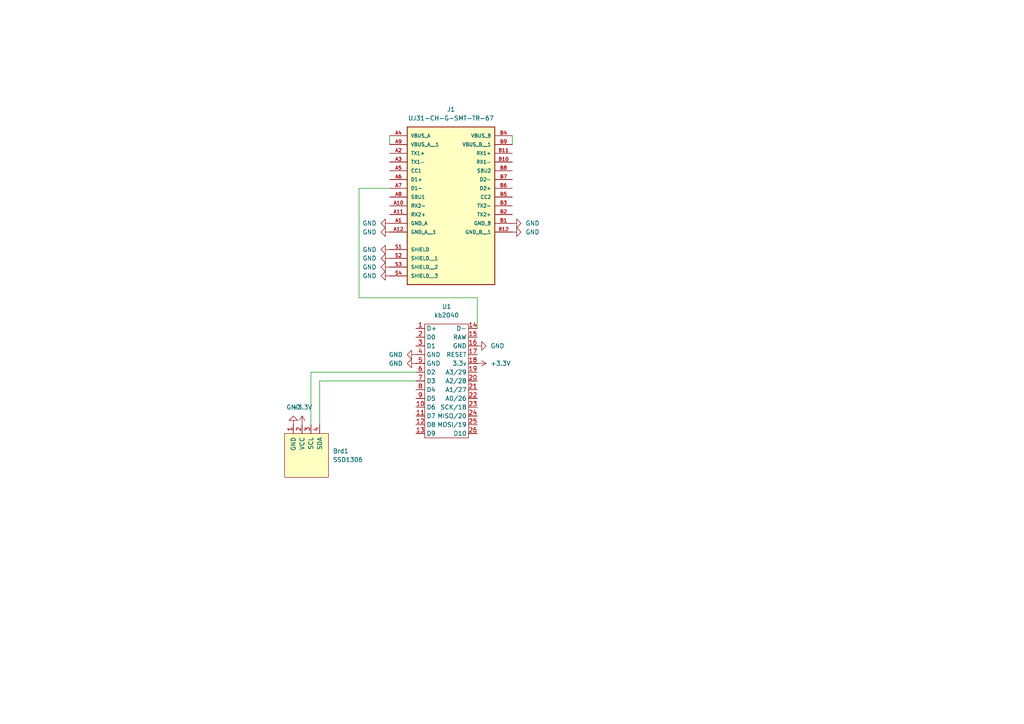
<source format=kicad_sch>
(kicad_sch (version 20250114) (generator "eeschema") (generator_version "9.0")
  (paper "A4")
  (lib_symbols
    (symbol "SSD1306-128x64_OLED:SSD1306" (pin_names (offset 1.016))
      (property "Reference" "Brd" (at 0 -3.81 0))
      (property "Value" "SSD1306" (at 0 -1.27 0))
      (symbol "SSD1306_0_1"
        (rectangle (start -6.35 6.35) (end 6.35 -6.35) (fill (type background)))
      )
      (symbol "SSD1306_1_1"
        (pin input line (at -3.81 8.89 270) (length 2.54) (name "GND") (number "1"))
        (pin input line (at -1.27 8.89 270) (length 2.54) (name "VCC") (number "2"))
        (pin input line (at 1.27 8.89 270) (length 2.54) (name "SCL") (number "3"))
        (pin input line (at 3.81 8.89 270) (length 2.54) (name "SDA") (number "4"))
      )
    )
    (symbol "UJ31-CH-G-SMT-TR-67:UJ31-CH-G-SMT-TR-67" (pin_names (offset 1.016))
      (property "Reference" "J" (at -12.7 16.51 0))
      (property "Value" "UJ31-CH-G-SMT-TR-67" (at -12.7 -31.75 0))
      (symbol "UJ31-CH-G-SMT-TR-67_0_0"
        (rectangle (start -12.7 -30.48) (end 12.7 15.24) (stroke (width 0.254)) (fill (type background)))
        (pin power_in line (at -17.78 12.7 0) (length 5.08) (name "VBUS_A") (number "A4"))
        (pin power_in line (at -17.78 10.16 0) (length 5.08) (name "VBUS_A__1") (number "A9"))
        (pin bidirectional line (at -17.78 7.62 0) (length 5.08) (name "TX1+") (number "A2"))
        (pin bidirectional line (at -17.78 5.08 0) (length 5.08) (name "TX1-") (number "A3"))
        (pin bidirectional line (at -17.78 2.54 0) (length 5.08) (name "CC1") (number "A5"))
        (pin bidirectional line (at -17.78 0 0) (length 5.08) (name "D1+") (number "A6"))
        (pin bidirectional line (at -17.78 -2.54 0) (length 5.08) (name "D1-") (number "A7"))
        (pin bidirectional line (at -17.78 -5.08 0) (length 5.08) (name "SBU1") (number "A8"))
        (pin bidirectional line (at -17.78 -7.62 0) (length 5.08) (name "RX2-") (number "A10"))
        (pin bidirectional line (at -17.78 -10.16 0) (length 5.08) (name "RX2+") (number "A11"))
        (pin power_in line (at -17.78 -12.7 0) (length 5.08) (name "GND_A") (number "A1"))
        (pin power_in line (at -17.78 -15.24 0) (length 5.08) (name "GND_A__1") (number "A12"))
        (pin passive line (at -17.78 -20.32 0) (length 5.08) (name "SHIELD") (number "S1"))
        (pin passive line (at -17.78 -22.86 0) (length 5.08) (name "SHIELD__1") (number "S2"))
        (pin passive line (at -17.78 -25.4 0) (length 5.08) (name "SHIELD__2") (number "S3"))
        (pin passive line (at -17.78 -27.94 0) (length 5.08) (name "SHIELD__3") (number "S4"))
        (pin power_in line (at 17.78 12.7 180) (length 5.08) (name "VBUS_B") (number "B4"))
        (pin power_in line (at 17.78 10.16 180) (length 5.08) (name "VBUS_B__1") (number "B9"))
        (pin bidirectional line (at 17.78 7.62 180) (length 5.08) (name "RX1+") (number "B11"))
        (pin bidirectional line (at 17.78 5.08 180) (length 5.08) (name "RX1-") (number "B10"))
        (pin bidirectional line (at 17.78 2.54 180) (length 5.08) (name "SBU2") (number "B8"))
        (pin bidirectional line (at 17.78 0 180) (length 5.08) (name "D2-") (number "B7"))
        (pin bidirectional line (at 17.78 -2.54 180) (length 5.08) (name "D2+") (number "B6"))
        (pin bidirectional line (at 17.78 -5.08 180) (length 5.08) (name "CC2") (number "B5"))
        (pin bidirectional line (at 17.78 -7.62 180) (length 5.08) (name "TX2-") (number "B3"))
        (pin bidirectional line (at 17.78 -10.16 180) (length 5.08) (name "TX2+") (number "B2"))
        (pin power_in line (at 17.78 -12.7 180) (length 5.08) (name "GND_B") (number "B1"))
        (pin power_in line (at 17.78 -15.24 180) (length 5.08) (name "GND_B__1") (number "B12"))
      )
    )
    (symbol "kb2040:kb2040"
      (property "Reference" "U" (at 0 0 0))
      (property "Value" "kb2040" (at 0 -2.54 0))
      (symbol "kb2040_0_1"
        (rectangle (start 0 -3.81) (end 12.7 -36.83) (stroke (width 0.1524)))
      )
      (symbol "kb2040_1_1"
        (pin bidirectional line (at -2.54 -5.08 0) (length 2.54) (name "D+") (number "1"))
        (pin bidirectional line (at -2.54 -7.62 0) (length 2.54) (name "D0") (number "2"))
        (pin bidirectional line (at -2.54 -10.16 0) (length 2.54) (name "D1") (number "3"))
        (pin bidirectional line (at -2.54 -12.7 0) (length 2.54) (name "GND") (number "4"))
        (pin bidirectional line (at -2.54 -15.24 0) (length 2.54) (name "GND") (number "5"))
        (pin bidirectional line (at -2.54 -17.78 0) (length 2.54) (name "D2") (number "6"))
        (pin bidirectional line (at -2.54 -20.32 0) (length 2.54) (name "D3") (number "7"))
        (pin bidirectional line (at -2.54 -22.86 0) (length 2.54) (name "D4") (number "8"))
        (pin bidirectional line (at -2.54 -25.4 0) (length 2.54) (name "D5") (number "9"))
        (pin bidirectional line (at -2.54 -27.94 0) (length 2.54) (name "D6") (number "10"))
        (pin bidirectional line (at -2.54 -30.48 0) (length 2.54) (name "D7") (number "11"))
        (pin bidirectional line (at -2.54 -33.02 0) (length 2.54) (name "D8") (number "12"))
        (pin bidirectional line (at -2.54 -35.56 0) (length 2.54) (name "D9") (number "13"))
        (pin bidirectional line (at 15.24 -5.08 180) (length 2.54) (name "D-") (number "14"))
        (pin bidirectional line (at 15.24 -7.62 180) (length 2.54) (name "RAW") (number "15"))
        (pin bidirectional line (at 15.24 -10.16 180) (length 2.54) (name "GND") (number "16"))
        (pin bidirectional line (at 15.24 -12.7 180) (length 2.54) (name "RESET") (number "17"))
        (pin bidirectional line (at 15.24 -15.24 180) (length 2.54) (name "3.3v") (number "18"))
        (pin bidirectional line (at 15.24 -17.78 180) (length 2.54) (name "A3/29") (number "19"))
        (pin bidirectional line (at 15.24 -20.32 180) (length 2.54) (name "A2/28") (number "20"))
        (pin bidirectional line (at 15.24 -22.86 180) (length 2.54) (name "A1/27") (number "21"))
        (pin bidirectional line (at 15.24 -25.4 180) (length 2.54) (name "A0/26") (number "22"))
        (pin bidirectional line (at 15.24 -27.94 180) (length 2.54) (name "SCK/18") (number "23"))
        (pin bidirectional line (at 15.24 -30.48 180) (length 2.54) (name "MISO/20") (number "24"))
        (pin bidirectional line (at 15.24 -33.02 180) (length 2.54) (name "MOSI/19") (number "25"))
        (pin bidirectional line (at 15.24 -35.56 180) (length 2.54) (name "D10") (number "26"))
      )
    )
    (symbol "power:+3.3V" (power) (pin_numbers (hide yes)) (pin_names (offset 0) (hide yes))
      (property "Value" "+3.3V" (at 0 3.556 0))
      (symbol "+3.3V_0_1"
        (polyline (pts (xy -0.762 1.27) (xy 0 2.54)))
        (polyline (pts (xy 0 2.54) (xy 0.762 1.27)))
        (polyline (pts (xy 0 0) (xy 0 2.54)))
      )
      (symbol "+3.3V_1_1"
        (pin power_in line (at 0 0 90) (length 0) (name "~") (number "1"))
      )
    )
    (symbol "power:GND" (power) (pin_numbers (hide yes)) (pin_names (offset 0) (hide yes))
      (property "Value" "GND" (at 0 -3.81 0))
      (symbol "GND_0_1"
        (polyline (pts (xy 0 0) (xy 0 -1.27) (xy 1.27 -1.27) (xy 0 -2.54) (xy -1.27 -1.27) (xy 0 -1.27)))
      )
      (symbol "GND_1_1"
        (pin power_in line (at 0 0 270) (length 0) (name "~") (number "1"))
      )
    )
  )
  (wire (pts (xy 104.14 54.61) (xy 104.14 86.36)))
  (wire (pts (xy 148.59 39.37) (xy 148.59 41.91)))
  (wire (pts (xy 92.71 110.49) (xy 120.65 110.49)))
  (wire (pts (xy 138.43 86.36) (xy 138.43 95.25)))
  (wire (pts (xy 113.03 54.61) (xy 104.14 54.61)))
  (wire (pts (xy 90.17 107.95) (xy 120.65 107.95)))
  (wire (pts (xy 92.71 123.19) (xy 92.71 110.49)))
  (wire (pts (xy 90.17 123.19) (xy 90.17 107.95)))
  (wire (pts (xy 104.14 86.36) (xy 138.43 86.36)))
  (wire (pts (xy 113.03 39.37) (xy 113.03 41.91)))
  (symbol (lib_id "SSD1306-128x64_OLED:SSD1306") (at 88.9 132.08 0) (unit 1)
    (property "Reference" "Brd1" (at 96.52 130.8099 0) (effects (justify left)))
    (property "Value" "SSD1306" (at 96.52 133.3499 0) (effects (justify left)))
    (property "Description" "SSD1306 OLED" (effects (hide yes)))
  )
  (symbol (lib_id "UJ31-CH-G-SMT-TR-67:UJ31-CH-G-SMT-TR-67") (at 130.81 52.07 0) (unit 1)
    (property "Reference" "J1" (at 130.81 31.75 0))
    (property "Value" "UJ31-CH-G-SMT-TR-67" (at 130.81 34.29 0))
    (property "Footprint" "UJ31-CH-G-SMT-TR-67:CUI_UJ31-CH-G-SMT-TR-67" (effects (hide yes)))
    (property "PARTREV" "1.0" (effects (hide yes)))
    (property "STANDARD" "Manufacturer Recommendations" (effects (hide yes)))
    (property "MAXIMUM_PACKAGE_HEIGHT" "4.5 mm" (effects (hide yes)))
    (property "MANUFACTURER" "CUI Devices" (effects (hide yes)))
  )
  (symbol (lib_id "power:+3.3V") (at 87.63 123.19 0) (unit 1)
    (property "Reference" "#PWR05" (effects (hide yes)))
    (property "Value" "+3.3V" (at 87.63 118.11 0))
    (property "Description" "Power symbol creates a global label with name \"+3.3V\"" (effects (hide yes)))
  )
  (symbol (lib_id "kb2040:kb2040") (at 123.19 90.17 0) (unit 1)
    (property "Reference" "U1" (at 129.54 88.9 0))
    (property "Value" "kb2040" (at 129.54 91.44 0))
  )
  (symbol (lib_id "power:GND") (at 113.03 74.93 270) (unit 1)
    (property "Reference" "#PWR012" (effects (hide yes)))
    (property "Value" "GND" (at 109.22 74.9299 90) (effects (justify right)))
    (property "Description" "Power symbol creates a global label with name \"GND\" , ground" (effects (hide yes)))
  )
  (symbol (lib_id "power:GND") (at 120.65 105.41 270) (unit 1)
    (property "Reference" "#PWR04" (effects (hide yes)))
    (property "Value" "GND" (at 116.84 105.4099 90) (effects (justify right)))
    (property "Description" "Power symbol creates a global label with name \"GND\" , ground" (effects (hide yes)))
  )
  (symbol (lib_id "power:GND") (at 138.43 100.33 90) (unit 1)
    (property "Reference" "#PWR02" (effects (hide yes)))
    (property "Value" "GND" (at 142.24 100.3299 90) (effects (justify right)))
    (property "Description" "Power symbol creates a global label with name \"GND\" , ground" (effects (hide yes)))
  )
  (symbol (lib_id "power:GND") (at 113.03 72.39 270) (unit 1)
    (property "Reference" "#PWR011" (effects (hide yes)))
    (property "Value" "GND" (at 109.22 72.3899 90) (effects (justify right)))
    (property "Description" "Power symbol creates a global label with name \"GND\" , ground" (effects (hide yes)))
  )
  (symbol (lib_id "power:GND") (at 113.03 67.31 270) (unit 1)
    (property "Reference" "#PWR010" (effects (hide yes)))
    (property "Value" "GND" (at 109.22 67.3099 90) (effects (justify right)))
    (property "Description" "Power symbol creates a global label with name \"GND\" , ground" (effects (hide yes)))
  )
  (symbol (lib_id "power:GND") (at 113.03 77.47 270) (unit 1)
    (property "Reference" "#PWR013" (effects (hide yes)))
    (property "Value" "GND" (at 109.22 77.4699 90) (effects (justify right)))
    (property "Description" "Power symbol creates a global label with name \"GND\" , ground" (effects (hide yes)))
  )
  (symbol (lib_id "power:+3.3V") (at 138.43 105.41 270) (unit 1)
    (property "Reference" "#PWR01" (effects (hide yes)))
    (property "Value" "+3.3V" (at 142.24 105.4099 90) (effects (justify left)))
    (property "Description" "Power symbol creates a global label with name \"+3.3V\"" (effects (hide yes)))
  )
  (symbol (lib_id "power:GND") (at 148.59 64.77 90) (unit 1)
    (property "Reference" "#PWR07" (effects (hide yes)))
    (property "Value" "GND" (at 152.4 64.7699 90) (effects (justify right)))
    (property "Description" "Power symbol creates a global label with name \"GND\" , ground" (effects (hide yes)))
  )
  (symbol (lib_id "power:GND") (at 113.03 64.77 270) (unit 1)
    (property "Reference" "#PWR09" (effects (hide yes)))
    (property "Value" "GND" (at 109.22 64.7699 90) (effects (justify right)))
    (property "Description" "Power symbol creates a global label with name \"GND\" , ground" (effects (hide yes)))
  )
  (symbol (lib_id "power:GND") (at 120.65 102.87 270) (unit 1)
    (property "Reference" "#PWR03" (effects (hide yes)))
    (property "Value" "GND" (at 116.84 102.8699 90) (effects (justify right)))
    (property "Description" "Power symbol creates a global label with name \"GND\" , ground" (effects (hide yes)))
  )
  (symbol (lib_id "power:GND") (at 113.03 80.01 270) (unit 1)
    (property "Reference" "#PWR014" (effects (hide yes)))
    (property "Value" "GND" (at 109.22 80.0099 90) (effects (justify right)))
    (property "Description" "Power symbol creates a global label with name \"GND\" , ground" (effects (hide yes)))
  )
  (symbol (lib_id "power:GND") (at 148.59 67.31 90) (unit 1)
    (property "Reference" "#PWR08" (effects (hide yes)))
    (property "Value" "GND" (at 152.4 67.3099 90) (effects (justify right)))
    (property "Description" "Power symbol creates a global label with name \"GND\" , ground" (effects (hide yes)))
  )
  (symbol (lib_id "power:GND") (at 85.09 123.19 180) (unit 1)
    (property "Reference" "#PWR06" (effects (hide yes)))
    (property "Value" "GND" (at 85.09 118.11 0))
    (property "Description" "Power symbol creates a global label with name \"GND\" , ground" (effects (hide yes)))
  )
)
</source>
